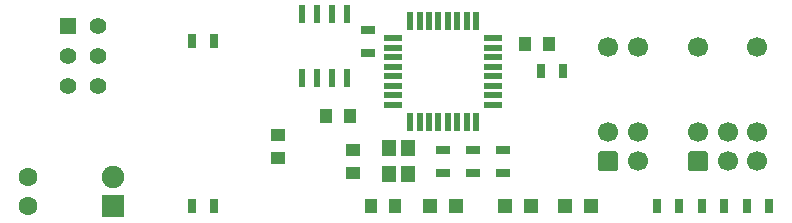
<source format=gts>
G04 #@! TF.GenerationSoftware,KiCad,Pcbnew,(5.1.4-0-10_14)*
G04 #@! TF.CreationDate,2020-01-14T22:26:38-05:00*
G04 #@! TF.ProjectId,Steering,53746565-7269-46e6-972e-6b696361645f,rev?*
G04 #@! TF.SameCoordinates,Original*
G04 #@! TF.FileFunction,Soldermask,Top*
G04 #@! TF.FilePolarity,Negative*
%FSLAX46Y46*%
G04 Gerber Fmt 4.6, Leading zero omitted, Abs format (unit mm)*
G04 Created by KiCad (PCBNEW (5.1.4-0-10_14)) date 2020-01-14 22:26:38*
%MOMM*%
%LPD*%
G04 APERTURE LIST*
%ADD10R,1.000000X1.250000*%
%ADD11R,1.250000X1.000000*%
%ADD12R,1.200000X1.200000*%
%ADD13R,1.900000X1.900000*%
%ADD14C,1.900000*%
%ADD15C,1.600000*%
%ADD16C,0.100000*%
%ADD17C,1.700000*%
%ADD18R,1.400000X1.400000*%
%ADD19C,1.400000*%
%ADD20R,0.700000X1.300000*%
%ADD21R,1.300000X0.700000*%
%ADD22R,0.600000X1.550000*%
%ADD23R,1.600000X0.550000*%
%ADD24R,0.550000X1.600000*%
%ADD25R,1.200000X1.400000*%
G04 APERTURE END LIST*
D10*
X120380000Y-48260000D03*
X118380000Y-48260000D03*
D11*
X114300000Y-49800000D03*
X114300000Y-51800000D03*
D10*
X137194800Y-42164000D03*
X135194800Y-42164000D03*
X124190000Y-55880000D03*
X122190000Y-55880000D03*
D11*
X120650000Y-53070000D03*
X120650000Y-51070000D03*
D12*
X140800000Y-55880000D03*
X138600000Y-55880000D03*
X135720000Y-55880000D03*
X133520000Y-55880000D03*
X129370000Y-55880000D03*
X127170000Y-55880000D03*
D13*
X100330000Y-55880000D03*
D14*
X100330000Y-53380000D03*
D15*
X93150000Y-55880000D03*
X93150000Y-53380000D03*
D16*
G36*
X142864504Y-51221204D02*
G01*
X142888773Y-51224804D01*
X142912571Y-51230765D01*
X142935671Y-51239030D01*
X142957849Y-51249520D01*
X142978893Y-51262133D01*
X142998598Y-51276747D01*
X143016777Y-51293223D01*
X143033253Y-51311402D01*
X143047867Y-51331107D01*
X143060480Y-51352151D01*
X143070970Y-51374329D01*
X143079235Y-51397429D01*
X143085196Y-51421227D01*
X143088796Y-51445496D01*
X143090000Y-51470000D01*
X143090000Y-52670000D01*
X143088796Y-52694504D01*
X143085196Y-52718773D01*
X143079235Y-52742571D01*
X143070970Y-52765671D01*
X143060480Y-52787849D01*
X143047867Y-52808893D01*
X143033253Y-52828598D01*
X143016777Y-52846777D01*
X142998598Y-52863253D01*
X142978893Y-52877867D01*
X142957849Y-52890480D01*
X142935671Y-52900970D01*
X142912571Y-52909235D01*
X142888773Y-52915196D01*
X142864504Y-52918796D01*
X142840000Y-52920000D01*
X141640000Y-52920000D01*
X141615496Y-52918796D01*
X141591227Y-52915196D01*
X141567429Y-52909235D01*
X141544329Y-52900970D01*
X141522151Y-52890480D01*
X141501107Y-52877867D01*
X141481402Y-52863253D01*
X141463223Y-52846777D01*
X141446747Y-52828598D01*
X141432133Y-52808893D01*
X141419520Y-52787849D01*
X141409030Y-52765671D01*
X141400765Y-52742571D01*
X141394804Y-52718773D01*
X141391204Y-52694504D01*
X141390000Y-52670000D01*
X141390000Y-51470000D01*
X141391204Y-51445496D01*
X141394804Y-51421227D01*
X141400765Y-51397429D01*
X141409030Y-51374329D01*
X141419520Y-51352151D01*
X141432133Y-51331107D01*
X141446747Y-51311402D01*
X141463223Y-51293223D01*
X141481402Y-51276747D01*
X141501107Y-51262133D01*
X141522151Y-51249520D01*
X141544329Y-51239030D01*
X141567429Y-51230765D01*
X141591227Y-51224804D01*
X141615496Y-51221204D01*
X141640000Y-51220000D01*
X142840000Y-51220000D01*
X142864504Y-51221204D01*
X142864504Y-51221204D01*
G37*
D17*
X142240000Y-52070000D03*
X144740000Y-52070000D03*
X142240000Y-49570000D03*
X144740000Y-49570000D03*
X142240000Y-42390000D03*
X144740000Y-42390000D03*
D16*
G36*
X150484504Y-51221204D02*
G01*
X150508773Y-51224804D01*
X150532571Y-51230765D01*
X150555671Y-51239030D01*
X150577849Y-51249520D01*
X150598893Y-51262133D01*
X150618598Y-51276747D01*
X150636777Y-51293223D01*
X150653253Y-51311402D01*
X150667867Y-51331107D01*
X150680480Y-51352151D01*
X150690970Y-51374329D01*
X150699235Y-51397429D01*
X150705196Y-51421227D01*
X150708796Y-51445496D01*
X150710000Y-51470000D01*
X150710000Y-52670000D01*
X150708796Y-52694504D01*
X150705196Y-52718773D01*
X150699235Y-52742571D01*
X150690970Y-52765671D01*
X150680480Y-52787849D01*
X150667867Y-52808893D01*
X150653253Y-52828598D01*
X150636777Y-52846777D01*
X150618598Y-52863253D01*
X150598893Y-52877867D01*
X150577849Y-52890480D01*
X150555671Y-52900970D01*
X150532571Y-52909235D01*
X150508773Y-52915196D01*
X150484504Y-52918796D01*
X150460000Y-52920000D01*
X149260000Y-52920000D01*
X149235496Y-52918796D01*
X149211227Y-52915196D01*
X149187429Y-52909235D01*
X149164329Y-52900970D01*
X149142151Y-52890480D01*
X149121107Y-52877867D01*
X149101402Y-52863253D01*
X149083223Y-52846777D01*
X149066747Y-52828598D01*
X149052133Y-52808893D01*
X149039520Y-52787849D01*
X149029030Y-52765671D01*
X149020765Y-52742571D01*
X149014804Y-52718773D01*
X149011204Y-52694504D01*
X149010000Y-52670000D01*
X149010000Y-51470000D01*
X149011204Y-51445496D01*
X149014804Y-51421227D01*
X149020765Y-51397429D01*
X149029030Y-51374329D01*
X149039520Y-51352151D01*
X149052133Y-51331107D01*
X149066747Y-51311402D01*
X149083223Y-51293223D01*
X149101402Y-51276747D01*
X149121107Y-51262133D01*
X149142151Y-51249520D01*
X149164329Y-51239030D01*
X149187429Y-51230765D01*
X149211227Y-51224804D01*
X149235496Y-51221204D01*
X149260000Y-51220000D01*
X150460000Y-51220000D01*
X150484504Y-51221204D01*
X150484504Y-51221204D01*
G37*
D17*
X149860000Y-52070000D03*
X152360000Y-52070000D03*
X154860000Y-52070000D03*
X149860000Y-49570000D03*
X152360000Y-49570000D03*
X154860000Y-49570000D03*
X149860000Y-42390000D03*
X154860000Y-42390000D03*
D18*
X96520000Y-40640000D03*
D19*
X99060000Y-40640000D03*
X96520000Y-43180000D03*
X99060000Y-43180000D03*
X96520000Y-45720000D03*
X99060000Y-45720000D03*
D20*
X108900000Y-55880000D03*
X107000000Y-55880000D03*
X108900000Y-41910000D03*
X107000000Y-41910000D03*
X153990000Y-55880000D03*
X155890000Y-55880000D03*
D21*
X133350000Y-53020000D03*
X133350000Y-51120000D03*
D20*
X152080000Y-55880000D03*
X150180000Y-55880000D03*
D21*
X130810000Y-51120000D03*
X130810000Y-53020000D03*
X128270000Y-51120000D03*
X128270000Y-53020000D03*
D20*
X146370000Y-55880000D03*
X148270000Y-55880000D03*
X138430000Y-44450000D03*
X136530000Y-44450000D03*
D21*
X121920000Y-40960000D03*
X121920000Y-42860000D03*
D22*
X116306600Y-45016400D03*
X117576600Y-45016400D03*
X118846600Y-45016400D03*
X120116600Y-45016400D03*
X120116600Y-39616400D03*
X118846600Y-39616400D03*
X117576600Y-39616400D03*
X116306600Y-39616400D03*
D23*
X124020000Y-41650000D03*
X124020000Y-42450000D03*
X124020000Y-43250000D03*
X124020000Y-44050000D03*
X124020000Y-44850000D03*
X124020000Y-45650000D03*
X124020000Y-46450000D03*
X124020000Y-47250000D03*
D24*
X125470000Y-48700000D03*
X126270000Y-48700000D03*
X127070000Y-48700000D03*
X127870000Y-48700000D03*
X128670000Y-48700000D03*
X129470000Y-48700000D03*
X130270000Y-48700000D03*
X131070000Y-48700000D03*
D23*
X132520000Y-47250000D03*
X132520000Y-46450000D03*
X132520000Y-45650000D03*
X132520000Y-44850000D03*
X132520000Y-44050000D03*
X132520000Y-43250000D03*
X132520000Y-42450000D03*
X132520000Y-41650000D03*
D24*
X131070000Y-40200000D03*
X130270000Y-40200000D03*
X129470000Y-40200000D03*
X128670000Y-40200000D03*
X127870000Y-40200000D03*
X127070000Y-40200000D03*
X126270000Y-40200000D03*
X125470000Y-40200000D03*
D25*
X125260000Y-53170000D03*
X125260000Y-50970000D03*
X123660000Y-50970000D03*
X123660000Y-53170000D03*
M02*

</source>
